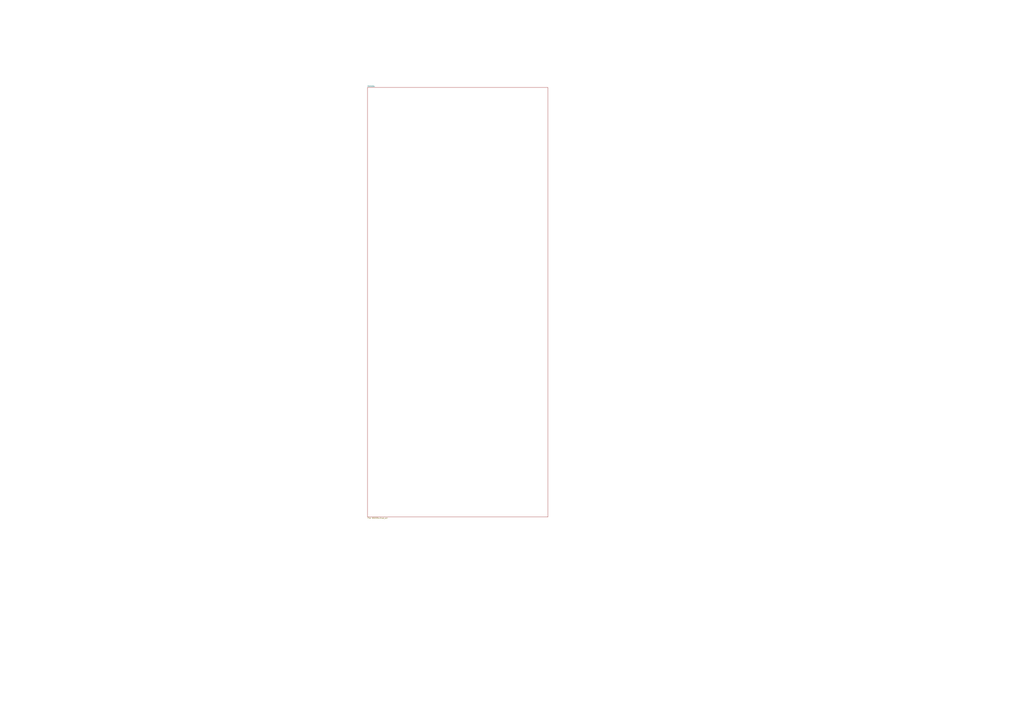
<source format=kicad_sch>
(kicad_sch (version 20211123) (generator eeschema)
  (paper "A0")
  (lib_symbols)
  (sheet (at 426.72 101.6) (size 209.55 499.11) (stroke (width 0.1524))
    (property "Sheet name" "OSD335x" (at 426.72 100.8884 0) (effects (justify left bottom)))
    (property "Sheet file" "OSD335x.kicad_sch" (at 426.72 601.2946 0) (effects (justify left top)))
  )
)
</source>
